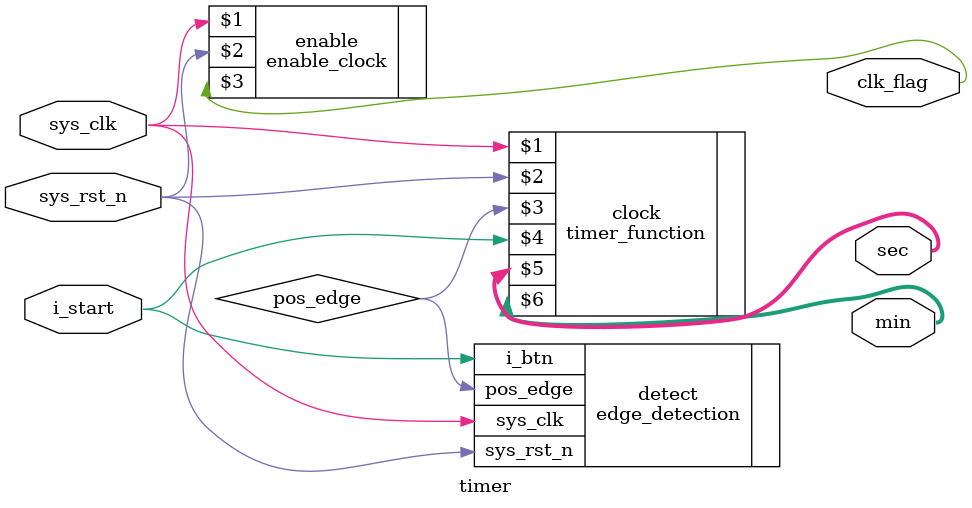
<source format=sv>
`timescale 1ns / 1ps


module timer(
    input logic sys_clk,
    input logic sys_rst_n,
    input logic i_start,
    output logic[7:0] sec,
    output logic[7:0] min,
    output logic clk_flag
    );
    
    logic pos_edge;
    logic min_temp;
    
    enable_clock enable(sys_clk,sys_rst_n,clk_flag);
    edge_detection detect(
        .sys_clk(sys_clk),
        .sys_rst_n(sys_rst_n),
        .i_btn(i_start),
        .pos_edge(pos_edge)
    );
    timer_function clock(sys_clk,sys_rst_n,pos_edge,i_start,sec,min);
    
endmodule

</source>
